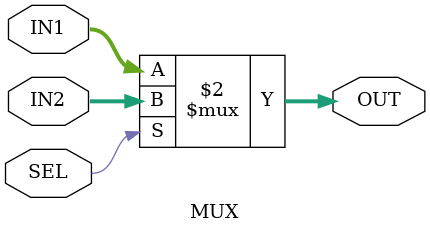
<source format=v>
module MUX #(parameter width = 32) (
    input wire SEL,
    input wire [width-1 : 0] IN1,
    input wire [width-1 : 0] IN2,

    output wire [width-1 : 0] OUT
);

assign OUT = (SEL == 1'b0) ? IN1 : IN2;

endmodule
</source>
